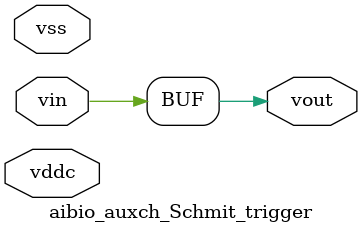
<source format=sv>
`timescale 1ps/1fs

module aibio_auxch_Schmit_trigger
		(
		//-------Supply pins----------//
		input vddc,
		input vss,
		//-------Input pin-----------//
		input vin,
		//-------Output pin---------//
		output vout
		);

assign vout=vin;

endmodule

</source>
